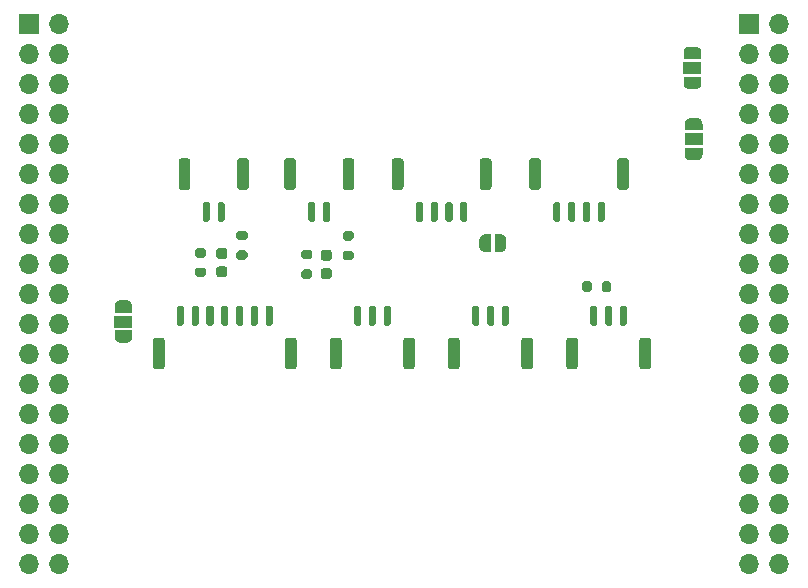
<source format=gbr>
%TF.GenerationSoftware,KiCad,Pcbnew,(5.1.8)-1*%
%TF.CreationDate,2021-02-11T10:10:36+01:00*%
%TF.ProjectId,shieldV1,73686965-6c64-4563-912e-6b696361645f,rev?*%
%TF.SameCoordinates,Original*%
%TF.FileFunction,Soldermask,Top*%
%TF.FilePolarity,Negative*%
%FSLAX46Y46*%
G04 Gerber Fmt 4.6, Leading zero omitted, Abs format (unit mm)*
G04 Created by KiCad (PCBNEW (5.1.8)-1) date 2021-02-11 10:10:36*
%MOMM*%
%LPD*%
G01*
G04 APERTURE LIST*
%ADD10R,1.500000X1.000000*%
%ADD11C,0.100000*%
%ADD12O,1.700000X1.700000*%
%ADD13R,1.700000X1.700000*%
G04 APERTURE END LIST*
%TO.C,C2*%
G36*
G01*
X60679103Y-122237105D02*
X61179103Y-122237105D01*
G75*
G02*
X61404103Y-122462105I0J-225000D01*
G01*
X61404103Y-122912105D01*
G75*
G02*
X61179103Y-123137105I-225000J0D01*
G01*
X60679103Y-123137105D01*
G75*
G02*
X60454103Y-122912105I0J225000D01*
G01*
X60454103Y-122462105D01*
G75*
G02*
X60679103Y-122237105I225000J0D01*
G01*
G37*
G36*
G01*
X60679103Y-120687105D02*
X61179103Y-120687105D01*
G75*
G02*
X61404103Y-120912105I0J-225000D01*
G01*
X61404103Y-121362105D01*
G75*
G02*
X61179103Y-121587105I-225000J0D01*
G01*
X60679103Y-121587105D01*
G75*
G02*
X60454103Y-121362105I0J225000D01*
G01*
X60454103Y-120912105D01*
G75*
G02*
X60679103Y-120687105I225000J0D01*
G01*
G37*
%TD*%
%TO.C,C1*%
G36*
G01*
X51829103Y-122087105D02*
X52329103Y-122087105D01*
G75*
G02*
X52554103Y-122312105I0J-225000D01*
G01*
X52554103Y-122762105D01*
G75*
G02*
X52329103Y-122987105I-225000J0D01*
G01*
X51829103Y-122987105D01*
G75*
G02*
X51604103Y-122762105I0J225000D01*
G01*
X51604103Y-122312105D01*
G75*
G02*
X51829103Y-122087105I225000J0D01*
G01*
G37*
G36*
G01*
X51829103Y-120537105D02*
X52329103Y-120537105D01*
G75*
G02*
X52554103Y-120762105I0J-225000D01*
G01*
X52554103Y-121212105D01*
G75*
G02*
X52329103Y-121437105I-225000J0D01*
G01*
X51829103Y-121437105D01*
G75*
G02*
X51604103Y-121212105I0J225000D01*
G01*
X51604103Y-120762105D01*
G75*
G02*
X51829103Y-120537105I225000J0D01*
G01*
G37*
%TD*%
%TO.C,R5*%
G36*
G01*
X59004103Y-122337105D02*
X59554103Y-122337105D01*
G75*
G02*
X59754103Y-122537105I0J-200000D01*
G01*
X59754103Y-122937105D01*
G75*
G02*
X59554103Y-123137105I-200000J0D01*
G01*
X59004103Y-123137105D01*
G75*
G02*
X58804103Y-122937105I0J200000D01*
G01*
X58804103Y-122537105D01*
G75*
G02*
X59004103Y-122337105I200000J0D01*
G01*
G37*
G36*
G01*
X59004103Y-120687105D02*
X59554103Y-120687105D01*
G75*
G02*
X59754103Y-120887105I0J-200000D01*
G01*
X59754103Y-121287105D01*
G75*
G02*
X59554103Y-121487105I-200000J0D01*
G01*
X59004103Y-121487105D01*
G75*
G02*
X58804103Y-121287105I0J200000D01*
G01*
X58804103Y-120887105D01*
G75*
G02*
X59004103Y-120687105I200000J0D01*
G01*
G37*
%TD*%
%TO.C,R4*%
G36*
G01*
X50004103Y-122187105D02*
X50554103Y-122187105D01*
G75*
G02*
X50754103Y-122387105I0J-200000D01*
G01*
X50754103Y-122787105D01*
G75*
G02*
X50554103Y-122987105I-200000J0D01*
G01*
X50004103Y-122987105D01*
G75*
G02*
X49804103Y-122787105I0J200000D01*
G01*
X49804103Y-122387105D01*
G75*
G02*
X50004103Y-122187105I200000J0D01*
G01*
G37*
G36*
G01*
X50004103Y-120537105D02*
X50554103Y-120537105D01*
G75*
G02*
X50754103Y-120737105I0J-200000D01*
G01*
X50754103Y-121137105D01*
G75*
G02*
X50554103Y-121337105I-200000J0D01*
G01*
X50004103Y-121337105D01*
G75*
G02*
X49804103Y-121137105I0J200000D01*
G01*
X49804103Y-120737105D01*
G75*
G02*
X50004103Y-120537105I200000J0D01*
G01*
G37*
%TD*%
%TO.C,R3*%
G36*
G01*
X63054103Y-119887105D02*
X62504103Y-119887105D01*
G75*
G02*
X62304103Y-119687105I0J200000D01*
G01*
X62304103Y-119287105D01*
G75*
G02*
X62504103Y-119087105I200000J0D01*
G01*
X63054103Y-119087105D01*
G75*
G02*
X63254103Y-119287105I0J-200000D01*
G01*
X63254103Y-119687105D01*
G75*
G02*
X63054103Y-119887105I-200000J0D01*
G01*
G37*
G36*
G01*
X63054103Y-121537105D02*
X62504103Y-121537105D01*
G75*
G02*
X62304103Y-121337105I0J200000D01*
G01*
X62304103Y-120937105D01*
G75*
G02*
X62504103Y-120737105I200000J0D01*
G01*
X63054103Y-120737105D01*
G75*
G02*
X63254103Y-120937105I0J-200000D01*
G01*
X63254103Y-121337105D01*
G75*
G02*
X63054103Y-121537105I-200000J0D01*
G01*
G37*
%TD*%
%TO.C,R2*%
G36*
G01*
X54054103Y-119875000D02*
X53504103Y-119875000D01*
G75*
G02*
X53304103Y-119675000I0J200000D01*
G01*
X53304103Y-119275000D01*
G75*
G02*
X53504103Y-119075000I200000J0D01*
G01*
X54054103Y-119075000D01*
G75*
G02*
X54254103Y-119275000I0J-200000D01*
G01*
X54254103Y-119675000D01*
G75*
G02*
X54054103Y-119875000I-200000J0D01*
G01*
G37*
G36*
G01*
X54054103Y-121525000D02*
X53504103Y-121525000D01*
G75*
G02*
X53304103Y-121325000I0J200000D01*
G01*
X53304103Y-120925000D01*
G75*
G02*
X53504103Y-120725000I200000J0D01*
G01*
X54054103Y-120725000D01*
G75*
G02*
X54254103Y-120925000I0J-200000D01*
G01*
X54254103Y-121325000D01*
G75*
G02*
X54054103Y-121525000I-200000J0D01*
G01*
G37*
%TD*%
D10*
%TO.C,JP4*%
X91929103Y-105262105D03*
D11*
G36*
X91179705Y-103962105D02*
G01*
X91179705Y-103937571D01*
X91184515Y-103888740D01*
X91194087Y-103840615D01*
X91208331Y-103793660D01*
X91227108Y-103748327D01*
X91250239Y-103705054D01*
X91277499Y-103664255D01*
X91308627Y-103626326D01*
X91343324Y-103591629D01*
X91381253Y-103560501D01*
X91422052Y-103533241D01*
X91465325Y-103510110D01*
X91510658Y-103491333D01*
X91557613Y-103477089D01*
X91605738Y-103467517D01*
X91654569Y-103462707D01*
X91679103Y-103462707D01*
X91679103Y-103462105D01*
X92179103Y-103462105D01*
X92179103Y-103462707D01*
X92203637Y-103462707D01*
X92252468Y-103467517D01*
X92300593Y-103477089D01*
X92347548Y-103491333D01*
X92392881Y-103510110D01*
X92436154Y-103533241D01*
X92476953Y-103560501D01*
X92514882Y-103591629D01*
X92549579Y-103626326D01*
X92580707Y-103664255D01*
X92607967Y-103705054D01*
X92631098Y-103748327D01*
X92649875Y-103793660D01*
X92664119Y-103840615D01*
X92673691Y-103888740D01*
X92678501Y-103937571D01*
X92678501Y-103962105D01*
X92679103Y-103962105D01*
X92679103Y-104512105D01*
X91179103Y-104512105D01*
X91179103Y-103962105D01*
X91179705Y-103962105D01*
G37*
G36*
X92679103Y-106012105D02*
G01*
X92679103Y-106562105D01*
X92678501Y-106562105D01*
X92678501Y-106586639D01*
X92673691Y-106635470D01*
X92664119Y-106683595D01*
X92649875Y-106730550D01*
X92631098Y-106775883D01*
X92607967Y-106819156D01*
X92580707Y-106859955D01*
X92549579Y-106897884D01*
X92514882Y-106932581D01*
X92476953Y-106963709D01*
X92436154Y-106990969D01*
X92392881Y-107014100D01*
X92347548Y-107032877D01*
X92300593Y-107047121D01*
X92252468Y-107056693D01*
X92203637Y-107061503D01*
X92179103Y-107061503D01*
X92179103Y-107062105D01*
X91679103Y-107062105D01*
X91679103Y-107061503D01*
X91654569Y-107061503D01*
X91605738Y-107056693D01*
X91557613Y-107047121D01*
X91510658Y-107032877D01*
X91465325Y-107014100D01*
X91422052Y-106990969D01*
X91381253Y-106963709D01*
X91343324Y-106932581D01*
X91308627Y-106897884D01*
X91277499Y-106859955D01*
X91250239Y-106819156D01*
X91227108Y-106775883D01*
X91208331Y-106730550D01*
X91194087Y-106683595D01*
X91184515Y-106635470D01*
X91179705Y-106586639D01*
X91179705Y-106562105D01*
X91179103Y-106562105D01*
X91179103Y-106012105D01*
X92679103Y-106012105D01*
G37*
%TD*%
D10*
%TO.C,JP3*%
X92029103Y-111312105D03*
D11*
G36*
X91279705Y-110012105D02*
G01*
X91279705Y-109987571D01*
X91284515Y-109938740D01*
X91294087Y-109890615D01*
X91308331Y-109843660D01*
X91327108Y-109798327D01*
X91350239Y-109755054D01*
X91377499Y-109714255D01*
X91408627Y-109676326D01*
X91443324Y-109641629D01*
X91481253Y-109610501D01*
X91522052Y-109583241D01*
X91565325Y-109560110D01*
X91610658Y-109541333D01*
X91657613Y-109527089D01*
X91705738Y-109517517D01*
X91754569Y-109512707D01*
X91779103Y-109512707D01*
X91779103Y-109512105D01*
X92279103Y-109512105D01*
X92279103Y-109512707D01*
X92303637Y-109512707D01*
X92352468Y-109517517D01*
X92400593Y-109527089D01*
X92447548Y-109541333D01*
X92492881Y-109560110D01*
X92536154Y-109583241D01*
X92576953Y-109610501D01*
X92614882Y-109641629D01*
X92649579Y-109676326D01*
X92680707Y-109714255D01*
X92707967Y-109755054D01*
X92731098Y-109798327D01*
X92749875Y-109843660D01*
X92764119Y-109890615D01*
X92773691Y-109938740D01*
X92778501Y-109987571D01*
X92778501Y-110012105D01*
X92779103Y-110012105D01*
X92779103Y-110562105D01*
X91279103Y-110562105D01*
X91279103Y-110012105D01*
X91279705Y-110012105D01*
G37*
G36*
X92779103Y-112062105D02*
G01*
X92779103Y-112612105D01*
X92778501Y-112612105D01*
X92778501Y-112636639D01*
X92773691Y-112685470D01*
X92764119Y-112733595D01*
X92749875Y-112780550D01*
X92731098Y-112825883D01*
X92707967Y-112869156D01*
X92680707Y-112909955D01*
X92649579Y-112947884D01*
X92614882Y-112982581D01*
X92576953Y-113013709D01*
X92536154Y-113040969D01*
X92492881Y-113064100D01*
X92447548Y-113082877D01*
X92400593Y-113097121D01*
X92352468Y-113106693D01*
X92303637Y-113111503D01*
X92279103Y-113111503D01*
X92279103Y-113112105D01*
X91779103Y-113112105D01*
X91779103Y-113111503D01*
X91754569Y-113111503D01*
X91705738Y-113106693D01*
X91657613Y-113097121D01*
X91610658Y-113082877D01*
X91565325Y-113064100D01*
X91522052Y-113040969D01*
X91481253Y-113013709D01*
X91443324Y-112982581D01*
X91408627Y-112947884D01*
X91377499Y-112909955D01*
X91350239Y-112869156D01*
X91327108Y-112825883D01*
X91308331Y-112780550D01*
X91294087Y-112733595D01*
X91284515Y-112685470D01*
X91279705Y-112636639D01*
X91279705Y-112612105D01*
X91279103Y-112612105D01*
X91279103Y-112062105D01*
X92779103Y-112062105D01*
G37*
%TD*%
D10*
%TO.C,JP2*%
X43750000Y-126750000D03*
D11*
G36*
X44499398Y-128050000D02*
G01*
X44499398Y-128074534D01*
X44494588Y-128123365D01*
X44485016Y-128171490D01*
X44470772Y-128218445D01*
X44451995Y-128263778D01*
X44428864Y-128307051D01*
X44401604Y-128347850D01*
X44370476Y-128385779D01*
X44335779Y-128420476D01*
X44297850Y-128451604D01*
X44257051Y-128478864D01*
X44213778Y-128501995D01*
X44168445Y-128520772D01*
X44121490Y-128535016D01*
X44073365Y-128544588D01*
X44024534Y-128549398D01*
X44000000Y-128549398D01*
X44000000Y-128550000D01*
X43500000Y-128550000D01*
X43500000Y-128549398D01*
X43475466Y-128549398D01*
X43426635Y-128544588D01*
X43378510Y-128535016D01*
X43331555Y-128520772D01*
X43286222Y-128501995D01*
X43242949Y-128478864D01*
X43202150Y-128451604D01*
X43164221Y-128420476D01*
X43129524Y-128385779D01*
X43098396Y-128347850D01*
X43071136Y-128307051D01*
X43048005Y-128263778D01*
X43029228Y-128218445D01*
X43014984Y-128171490D01*
X43005412Y-128123365D01*
X43000602Y-128074534D01*
X43000602Y-128050000D01*
X43000000Y-128050000D01*
X43000000Y-127500000D01*
X44500000Y-127500000D01*
X44500000Y-128050000D01*
X44499398Y-128050000D01*
G37*
G36*
X43000000Y-126000000D02*
G01*
X43000000Y-125450000D01*
X43000602Y-125450000D01*
X43000602Y-125425466D01*
X43005412Y-125376635D01*
X43014984Y-125328510D01*
X43029228Y-125281555D01*
X43048005Y-125236222D01*
X43071136Y-125192949D01*
X43098396Y-125152150D01*
X43129524Y-125114221D01*
X43164221Y-125079524D01*
X43202150Y-125048396D01*
X43242949Y-125021136D01*
X43286222Y-124998005D01*
X43331555Y-124979228D01*
X43378510Y-124964984D01*
X43426635Y-124955412D01*
X43475466Y-124950602D01*
X43500000Y-124950602D01*
X43500000Y-124950000D01*
X44000000Y-124950000D01*
X44000000Y-124950602D01*
X44024534Y-124950602D01*
X44073365Y-124955412D01*
X44121490Y-124964984D01*
X44168445Y-124979228D01*
X44213778Y-124998005D01*
X44257051Y-125021136D01*
X44297850Y-125048396D01*
X44335779Y-125079524D01*
X44370476Y-125114221D01*
X44401604Y-125152150D01*
X44428864Y-125192949D01*
X44451995Y-125236222D01*
X44470772Y-125281555D01*
X44485016Y-125328510D01*
X44494588Y-125376635D01*
X44499398Y-125425466D01*
X44499398Y-125450000D01*
X44500000Y-125450000D01*
X44500000Y-126000000D01*
X43000000Y-126000000D01*
G37*
%TD*%
%TO.C,J10*%
G36*
G01*
X57429103Y-130552105D02*
X57429103Y-128352105D01*
G75*
G02*
X57679103Y-128102105I250000J0D01*
G01*
X58179103Y-128102105D01*
G75*
G02*
X58429103Y-128352105I0J-250000D01*
G01*
X58429103Y-130552105D01*
G75*
G02*
X58179103Y-130802105I-250000J0D01*
G01*
X57679103Y-130802105D01*
G75*
G02*
X57429103Y-130552105I0J250000D01*
G01*
G37*
G36*
G01*
X46229103Y-130552105D02*
X46229103Y-128352105D01*
G75*
G02*
X46479103Y-128102105I250000J0D01*
G01*
X46979103Y-128102105D01*
G75*
G02*
X47229103Y-128352105I0J-250000D01*
G01*
X47229103Y-130552105D01*
G75*
G02*
X46979103Y-130802105I-250000J0D01*
G01*
X46479103Y-130802105D01*
G75*
G02*
X46229103Y-130552105I0J250000D01*
G01*
G37*
G36*
G01*
X55779103Y-126952105D02*
X55779103Y-125552105D01*
G75*
G02*
X55929103Y-125402105I150000J0D01*
G01*
X56229103Y-125402105D01*
G75*
G02*
X56379103Y-125552105I0J-150000D01*
G01*
X56379103Y-126952105D01*
G75*
G02*
X56229103Y-127102105I-150000J0D01*
G01*
X55929103Y-127102105D01*
G75*
G02*
X55779103Y-126952105I0J150000D01*
G01*
G37*
G36*
G01*
X54529103Y-126952105D02*
X54529103Y-125552105D01*
G75*
G02*
X54679103Y-125402105I150000J0D01*
G01*
X54979103Y-125402105D01*
G75*
G02*
X55129103Y-125552105I0J-150000D01*
G01*
X55129103Y-126952105D01*
G75*
G02*
X54979103Y-127102105I-150000J0D01*
G01*
X54679103Y-127102105D01*
G75*
G02*
X54529103Y-126952105I0J150000D01*
G01*
G37*
G36*
G01*
X53279103Y-126952105D02*
X53279103Y-125552105D01*
G75*
G02*
X53429103Y-125402105I150000J0D01*
G01*
X53729103Y-125402105D01*
G75*
G02*
X53879103Y-125552105I0J-150000D01*
G01*
X53879103Y-126952105D01*
G75*
G02*
X53729103Y-127102105I-150000J0D01*
G01*
X53429103Y-127102105D01*
G75*
G02*
X53279103Y-126952105I0J150000D01*
G01*
G37*
G36*
G01*
X52029103Y-126952105D02*
X52029103Y-125552105D01*
G75*
G02*
X52179103Y-125402105I150000J0D01*
G01*
X52479103Y-125402105D01*
G75*
G02*
X52629103Y-125552105I0J-150000D01*
G01*
X52629103Y-126952105D01*
G75*
G02*
X52479103Y-127102105I-150000J0D01*
G01*
X52179103Y-127102105D01*
G75*
G02*
X52029103Y-126952105I0J150000D01*
G01*
G37*
G36*
G01*
X50779103Y-126952105D02*
X50779103Y-125552105D01*
G75*
G02*
X50929103Y-125402105I150000J0D01*
G01*
X51229103Y-125402105D01*
G75*
G02*
X51379103Y-125552105I0J-150000D01*
G01*
X51379103Y-126952105D01*
G75*
G02*
X51229103Y-127102105I-150000J0D01*
G01*
X50929103Y-127102105D01*
G75*
G02*
X50779103Y-126952105I0J150000D01*
G01*
G37*
G36*
G01*
X49529103Y-126952105D02*
X49529103Y-125552105D01*
G75*
G02*
X49679103Y-125402105I150000J0D01*
G01*
X49979103Y-125402105D01*
G75*
G02*
X50129103Y-125552105I0J-150000D01*
G01*
X50129103Y-126952105D01*
G75*
G02*
X49979103Y-127102105I-150000J0D01*
G01*
X49679103Y-127102105D01*
G75*
G02*
X49529103Y-126952105I0J150000D01*
G01*
G37*
G36*
G01*
X48279103Y-126952105D02*
X48279103Y-125552105D01*
G75*
G02*
X48429103Y-125402105I150000J0D01*
G01*
X48729103Y-125402105D01*
G75*
G02*
X48879103Y-125552105I0J-150000D01*
G01*
X48879103Y-126952105D01*
G75*
G02*
X48729103Y-127102105I-150000J0D01*
G01*
X48429103Y-127102105D01*
G75*
G02*
X48279103Y-126952105I0J150000D01*
G01*
G37*
%TD*%
%TO.C,J9*%
G36*
G01*
X58354103Y-113162105D02*
X58354103Y-115362105D01*
G75*
G02*
X58104103Y-115612105I-250000J0D01*
G01*
X57604103Y-115612105D01*
G75*
G02*
X57354103Y-115362105I0J250000D01*
G01*
X57354103Y-113162105D01*
G75*
G02*
X57604103Y-112912105I250000J0D01*
G01*
X58104103Y-112912105D01*
G75*
G02*
X58354103Y-113162105I0J-250000D01*
G01*
G37*
G36*
G01*
X63304103Y-113162105D02*
X63304103Y-115362105D01*
G75*
G02*
X63054103Y-115612105I-250000J0D01*
G01*
X62554103Y-115612105D01*
G75*
G02*
X62304103Y-115362105I0J250000D01*
G01*
X62304103Y-113162105D01*
G75*
G02*
X62554103Y-112912105I250000J0D01*
G01*
X63054103Y-112912105D01*
G75*
G02*
X63304103Y-113162105I0J-250000D01*
G01*
G37*
G36*
G01*
X60004103Y-116762105D02*
X60004103Y-118162105D01*
G75*
G02*
X59854103Y-118312105I-150000J0D01*
G01*
X59554103Y-118312105D01*
G75*
G02*
X59404103Y-118162105I0J150000D01*
G01*
X59404103Y-116762105D01*
G75*
G02*
X59554103Y-116612105I150000J0D01*
G01*
X59854103Y-116612105D01*
G75*
G02*
X60004103Y-116762105I0J-150000D01*
G01*
G37*
G36*
G01*
X61254103Y-116762105D02*
X61254103Y-118162105D01*
G75*
G02*
X61104103Y-118312105I-150000J0D01*
G01*
X60804103Y-118312105D01*
G75*
G02*
X60654103Y-118162105I0J150000D01*
G01*
X60654103Y-116762105D01*
G75*
G02*
X60804103Y-116612105I150000J0D01*
G01*
X61104103Y-116612105D01*
G75*
G02*
X61254103Y-116762105I0J-150000D01*
G01*
G37*
%TD*%
%TO.C,J8*%
G36*
G01*
X49414103Y-113162105D02*
X49414103Y-115362105D01*
G75*
G02*
X49164103Y-115612105I-250000J0D01*
G01*
X48664103Y-115612105D01*
G75*
G02*
X48414103Y-115362105I0J250000D01*
G01*
X48414103Y-113162105D01*
G75*
G02*
X48664103Y-112912105I250000J0D01*
G01*
X49164103Y-112912105D01*
G75*
G02*
X49414103Y-113162105I0J-250000D01*
G01*
G37*
G36*
G01*
X54364103Y-113162105D02*
X54364103Y-115362105D01*
G75*
G02*
X54114103Y-115612105I-250000J0D01*
G01*
X53614103Y-115612105D01*
G75*
G02*
X53364103Y-115362105I0J250000D01*
G01*
X53364103Y-113162105D01*
G75*
G02*
X53614103Y-112912105I250000J0D01*
G01*
X54114103Y-112912105D01*
G75*
G02*
X54364103Y-113162105I0J-250000D01*
G01*
G37*
G36*
G01*
X51064103Y-116762105D02*
X51064103Y-118162105D01*
G75*
G02*
X50914103Y-118312105I-150000J0D01*
G01*
X50614103Y-118312105D01*
G75*
G02*
X50464103Y-118162105I0J150000D01*
G01*
X50464103Y-116762105D01*
G75*
G02*
X50614103Y-116612105I150000J0D01*
G01*
X50914103Y-116612105D01*
G75*
G02*
X51064103Y-116762105I0J-150000D01*
G01*
G37*
G36*
G01*
X52314103Y-116762105D02*
X52314103Y-118162105D01*
G75*
G02*
X52164103Y-118312105I-150000J0D01*
G01*
X51864103Y-118312105D01*
G75*
G02*
X51714103Y-118162105I0J150000D01*
G01*
X51714103Y-116762105D01*
G75*
G02*
X51864103Y-116612105I150000J0D01*
G01*
X52164103Y-116612105D01*
G75*
G02*
X52314103Y-116762105I0J-150000D01*
G01*
G37*
%TD*%
%TO.C,J7*%
G36*
G01*
X67429103Y-130552105D02*
X67429103Y-128352105D01*
G75*
G02*
X67679103Y-128102105I250000J0D01*
G01*
X68179103Y-128102105D01*
G75*
G02*
X68429103Y-128352105I0J-250000D01*
G01*
X68429103Y-130552105D01*
G75*
G02*
X68179103Y-130802105I-250000J0D01*
G01*
X67679103Y-130802105D01*
G75*
G02*
X67429103Y-130552105I0J250000D01*
G01*
G37*
G36*
G01*
X61229103Y-130552105D02*
X61229103Y-128352105D01*
G75*
G02*
X61479103Y-128102105I250000J0D01*
G01*
X61979103Y-128102105D01*
G75*
G02*
X62229103Y-128352105I0J-250000D01*
G01*
X62229103Y-130552105D01*
G75*
G02*
X61979103Y-130802105I-250000J0D01*
G01*
X61479103Y-130802105D01*
G75*
G02*
X61229103Y-130552105I0J250000D01*
G01*
G37*
G36*
G01*
X65779103Y-126952105D02*
X65779103Y-125552105D01*
G75*
G02*
X65929103Y-125402105I150000J0D01*
G01*
X66229103Y-125402105D01*
G75*
G02*
X66379103Y-125552105I0J-150000D01*
G01*
X66379103Y-126952105D01*
G75*
G02*
X66229103Y-127102105I-150000J0D01*
G01*
X65929103Y-127102105D01*
G75*
G02*
X65779103Y-126952105I0J150000D01*
G01*
G37*
G36*
G01*
X64529103Y-126952105D02*
X64529103Y-125552105D01*
G75*
G02*
X64679103Y-125402105I150000J0D01*
G01*
X64979103Y-125402105D01*
G75*
G02*
X65129103Y-125552105I0J-150000D01*
G01*
X65129103Y-126952105D01*
G75*
G02*
X64979103Y-127102105I-150000J0D01*
G01*
X64679103Y-127102105D01*
G75*
G02*
X64529103Y-126952105I0J150000D01*
G01*
G37*
G36*
G01*
X63279103Y-126952105D02*
X63279103Y-125552105D01*
G75*
G02*
X63429103Y-125402105I150000J0D01*
G01*
X63729103Y-125402105D01*
G75*
G02*
X63879103Y-125552105I0J-150000D01*
G01*
X63879103Y-126952105D01*
G75*
G02*
X63729103Y-127102105I-150000J0D01*
G01*
X63429103Y-127102105D01*
G75*
G02*
X63279103Y-126952105I0J150000D01*
G01*
G37*
%TD*%
%TO.C,J6*%
G36*
G01*
X77429103Y-130552105D02*
X77429103Y-128352105D01*
G75*
G02*
X77679103Y-128102105I250000J0D01*
G01*
X78179103Y-128102105D01*
G75*
G02*
X78429103Y-128352105I0J-250000D01*
G01*
X78429103Y-130552105D01*
G75*
G02*
X78179103Y-130802105I-250000J0D01*
G01*
X77679103Y-130802105D01*
G75*
G02*
X77429103Y-130552105I0J250000D01*
G01*
G37*
G36*
G01*
X71229103Y-130552105D02*
X71229103Y-128352105D01*
G75*
G02*
X71479103Y-128102105I250000J0D01*
G01*
X71979103Y-128102105D01*
G75*
G02*
X72229103Y-128352105I0J-250000D01*
G01*
X72229103Y-130552105D01*
G75*
G02*
X71979103Y-130802105I-250000J0D01*
G01*
X71479103Y-130802105D01*
G75*
G02*
X71229103Y-130552105I0J250000D01*
G01*
G37*
G36*
G01*
X75779103Y-126952105D02*
X75779103Y-125552105D01*
G75*
G02*
X75929103Y-125402105I150000J0D01*
G01*
X76229103Y-125402105D01*
G75*
G02*
X76379103Y-125552105I0J-150000D01*
G01*
X76379103Y-126952105D01*
G75*
G02*
X76229103Y-127102105I-150000J0D01*
G01*
X75929103Y-127102105D01*
G75*
G02*
X75779103Y-126952105I0J150000D01*
G01*
G37*
G36*
G01*
X74529103Y-126952105D02*
X74529103Y-125552105D01*
G75*
G02*
X74679103Y-125402105I150000J0D01*
G01*
X74979103Y-125402105D01*
G75*
G02*
X75129103Y-125552105I0J-150000D01*
G01*
X75129103Y-126952105D01*
G75*
G02*
X74979103Y-127102105I-150000J0D01*
G01*
X74679103Y-127102105D01*
G75*
G02*
X74529103Y-126952105I0J150000D01*
G01*
G37*
G36*
G01*
X73279103Y-126952105D02*
X73279103Y-125552105D01*
G75*
G02*
X73429103Y-125402105I150000J0D01*
G01*
X73729103Y-125402105D01*
G75*
G02*
X73879103Y-125552105I0J-150000D01*
G01*
X73879103Y-126952105D01*
G75*
G02*
X73729103Y-127102105I-150000J0D01*
G01*
X73429103Y-127102105D01*
G75*
G02*
X73279103Y-126952105I0J150000D01*
G01*
G37*
%TD*%
%TO.C,R1*%
G36*
G01*
X84254103Y-124087105D02*
X84254103Y-123537105D01*
G75*
G02*
X84454103Y-123337105I200000J0D01*
G01*
X84854103Y-123337105D01*
G75*
G02*
X85054103Y-123537105I0J-200000D01*
G01*
X85054103Y-124087105D01*
G75*
G02*
X84854103Y-124287105I-200000J0D01*
G01*
X84454103Y-124287105D01*
G75*
G02*
X84254103Y-124087105I0J200000D01*
G01*
G37*
G36*
G01*
X82604103Y-124087105D02*
X82604103Y-123537105D01*
G75*
G02*
X82804103Y-123337105I200000J0D01*
G01*
X83204103Y-123337105D01*
G75*
G02*
X83404103Y-123537105I0J-200000D01*
G01*
X83404103Y-124087105D01*
G75*
G02*
X83204103Y-124287105I-200000J0D01*
G01*
X82804103Y-124287105D01*
G75*
G02*
X82604103Y-124087105I0J200000D01*
G01*
G37*
%TD*%
%TO.C,J5*%
G36*
G01*
X87429103Y-130552105D02*
X87429103Y-128352105D01*
G75*
G02*
X87679103Y-128102105I250000J0D01*
G01*
X88179103Y-128102105D01*
G75*
G02*
X88429103Y-128352105I0J-250000D01*
G01*
X88429103Y-130552105D01*
G75*
G02*
X88179103Y-130802105I-250000J0D01*
G01*
X87679103Y-130802105D01*
G75*
G02*
X87429103Y-130552105I0J250000D01*
G01*
G37*
G36*
G01*
X81229103Y-130552105D02*
X81229103Y-128352105D01*
G75*
G02*
X81479103Y-128102105I250000J0D01*
G01*
X81979103Y-128102105D01*
G75*
G02*
X82229103Y-128352105I0J-250000D01*
G01*
X82229103Y-130552105D01*
G75*
G02*
X81979103Y-130802105I-250000J0D01*
G01*
X81479103Y-130802105D01*
G75*
G02*
X81229103Y-130552105I0J250000D01*
G01*
G37*
G36*
G01*
X85779103Y-126952105D02*
X85779103Y-125552105D01*
G75*
G02*
X85929103Y-125402105I150000J0D01*
G01*
X86229103Y-125402105D01*
G75*
G02*
X86379103Y-125552105I0J-150000D01*
G01*
X86379103Y-126952105D01*
G75*
G02*
X86229103Y-127102105I-150000J0D01*
G01*
X85929103Y-127102105D01*
G75*
G02*
X85779103Y-126952105I0J150000D01*
G01*
G37*
G36*
G01*
X84529103Y-126952105D02*
X84529103Y-125552105D01*
G75*
G02*
X84679103Y-125402105I150000J0D01*
G01*
X84979103Y-125402105D01*
G75*
G02*
X85129103Y-125552105I0J-150000D01*
G01*
X85129103Y-126952105D01*
G75*
G02*
X84979103Y-127102105I-150000J0D01*
G01*
X84679103Y-127102105D01*
G75*
G02*
X84529103Y-126952105I0J150000D01*
G01*
G37*
G36*
G01*
X83279103Y-126952105D02*
X83279103Y-125552105D01*
G75*
G02*
X83429103Y-125402105I150000J0D01*
G01*
X83729103Y-125402105D01*
G75*
G02*
X83879103Y-125552105I0J-150000D01*
G01*
X83879103Y-126952105D01*
G75*
G02*
X83729103Y-127102105I-150000J0D01*
G01*
X83429103Y-127102105D01*
G75*
G02*
X83279103Y-126952105I0J150000D01*
G01*
G37*
%TD*%
%TO.C,J4*%
G36*
G01*
X67464103Y-113162105D02*
X67464103Y-115362105D01*
G75*
G02*
X67214103Y-115612105I-250000J0D01*
G01*
X66714103Y-115612105D01*
G75*
G02*
X66464103Y-115362105I0J250000D01*
G01*
X66464103Y-113162105D01*
G75*
G02*
X66714103Y-112912105I250000J0D01*
G01*
X67214103Y-112912105D01*
G75*
G02*
X67464103Y-113162105I0J-250000D01*
G01*
G37*
G36*
G01*
X74914103Y-113162105D02*
X74914103Y-115362105D01*
G75*
G02*
X74664103Y-115612105I-250000J0D01*
G01*
X74164103Y-115612105D01*
G75*
G02*
X73914103Y-115362105I0J250000D01*
G01*
X73914103Y-113162105D01*
G75*
G02*
X74164103Y-112912105I250000J0D01*
G01*
X74664103Y-112912105D01*
G75*
G02*
X74914103Y-113162105I0J-250000D01*
G01*
G37*
G36*
G01*
X69114103Y-116762105D02*
X69114103Y-118162105D01*
G75*
G02*
X68964103Y-118312105I-150000J0D01*
G01*
X68664103Y-118312105D01*
G75*
G02*
X68514103Y-118162105I0J150000D01*
G01*
X68514103Y-116762105D01*
G75*
G02*
X68664103Y-116612105I150000J0D01*
G01*
X68964103Y-116612105D01*
G75*
G02*
X69114103Y-116762105I0J-150000D01*
G01*
G37*
G36*
G01*
X70364103Y-116762105D02*
X70364103Y-118162105D01*
G75*
G02*
X70214103Y-118312105I-150000J0D01*
G01*
X69914103Y-118312105D01*
G75*
G02*
X69764103Y-118162105I0J150000D01*
G01*
X69764103Y-116762105D01*
G75*
G02*
X69914103Y-116612105I150000J0D01*
G01*
X70214103Y-116612105D01*
G75*
G02*
X70364103Y-116762105I0J-150000D01*
G01*
G37*
G36*
G01*
X71614103Y-116762105D02*
X71614103Y-118162105D01*
G75*
G02*
X71464103Y-118312105I-150000J0D01*
G01*
X71164103Y-118312105D01*
G75*
G02*
X71014103Y-118162105I0J150000D01*
G01*
X71014103Y-116762105D01*
G75*
G02*
X71164103Y-116612105I150000J0D01*
G01*
X71464103Y-116612105D01*
G75*
G02*
X71614103Y-116762105I0J-150000D01*
G01*
G37*
G36*
G01*
X72864103Y-116762105D02*
X72864103Y-118162105D01*
G75*
G02*
X72714103Y-118312105I-150000J0D01*
G01*
X72414103Y-118312105D01*
G75*
G02*
X72264103Y-118162105I0J150000D01*
G01*
X72264103Y-116762105D01*
G75*
G02*
X72414103Y-116612105I150000J0D01*
G01*
X72714103Y-116612105D01*
G75*
G02*
X72864103Y-116762105I0J-150000D01*
G01*
G37*
%TD*%
%TO.C,J3*%
G36*
G01*
X79104103Y-113162105D02*
X79104103Y-115362105D01*
G75*
G02*
X78854103Y-115612105I-250000J0D01*
G01*
X78354103Y-115612105D01*
G75*
G02*
X78104103Y-115362105I0J250000D01*
G01*
X78104103Y-113162105D01*
G75*
G02*
X78354103Y-112912105I250000J0D01*
G01*
X78854103Y-112912105D01*
G75*
G02*
X79104103Y-113162105I0J-250000D01*
G01*
G37*
G36*
G01*
X86554103Y-113162105D02*
X86554103Y-115362105D01*
G75*
G02*
X86304103Y-115612105I-250000J0D01*
G01*
X85804103Y-115612105D01*
G75*
G02*
X85554103Y-115362105I0J250000D01*
G01*
X85554103Y-113162105D01*
G75*
G02*
X85804103Y-112912105I250000J0D01*
G01*
X86304103Y-112912105D01*
G75*
G02*
X86554103Y-113162105I0J-250000D01*
G01*
G37*
G36*
G01*
X80754103Y-116762105D02*
X80754103Y-118162105D01*
G75*
G02*
X80604103Y-118312105I-150000J0D01*
G01*
X80304103Y-118312105D01*
G75*
G02*
X80154103Y-118162105I0J150000D01*
G01*
X80154103Y-116762105D01*
G75*
G02*
X80304103Y-116612105I150000J0D01*
G01*
X80604103Y-116612105D01*
G75*
G02*
X80754103Y-116762105I0J-150000D01*
G01*
G37*
G36*
G01*
X82004103Y-116762105D02*
X82004103Y-118162105D01*
G75*
G02*
X81854103Y-118312105I-150000J0D01*
G01*
X81554103Y-118312105D01*
G75*
G02*
X81404103Y-118162105I0J150000D01*
G01*
X81404103Y-116762105D01*
G75*
G02*
X81554103Y-116612105I150000J0D01*
G01*
X81854103Y-116612105D01*
G75*
G02*
X82004103Y-116762105I0J-150000D01*
G01*
G37*
G36*
G01*
X83254103Y-116762105D02*
X83254103Y-118162105D01*
G75*
G02*
X83104103Y-118312105I-150000J0D01*
G01*
X82804103Y-118312105D01*
G75*
G02*
X82654103Y-118162105I0J150000D01*
G01*
X82654103Y-116762105D01*
G75*
G02*
X82804103Y-116612105I150000J0D01*
G01*
X83104103Y-116612105D01*
G75*
G02*
X83254103Y-116762105I0J-150000D01*
G01*
G37*
G36*
G01*
X84504103Y-116762105D02*
X84504103Y-118162105D01*
G75*
G02*
X84354103Y-118312105I-150000J0D01*
G01*
X84054103Y-118312105D01*
G75*
G02*
X83904103Y-118162105I0J150000D01*
G01*
X83904103Y-116762105D01*
G75*
G02*
X84054103Y-116612105I150000J0D01*
G01*
X84354103Y-116612105D01*
G75*
G02*
X84504103Y-116762105I0J-150000D01*
G01*
G37*
%TD*%
%TO.C,JP1*%
G36*
X75679103Y-119350602D02*
G01*
X75703637Y-119350602D01*
X75752468Y-119355412D01*
X75800593Y-119364984D01*
X75847548Y-119379228D01*
X75892881Y-119398005D01*
X75936154Y-119421136D01*
X75976953Y-119448396D01*
X76014882Y-119479524D01*
X76049579Y-119514221D01*
X76080707Y-119552150D01*
X76107967Y-119592949D01*
X76131098Y-119636222D01*
X76149875Y-119681555D01*
X76164119Y-119728510D01*
X76173691Y-119776635D01*
X76178501Y-119825466D01*
X76178501Y-119850000D01*
X76179103Y-119850000D01*
X76179103Y-120350000D01*
X76178501Y-120350000D01*
X76178501Y-120374534D01*
X76173691Y-120423365D01*
X76164119Y-120471490D01*
X76149875Y-120518445D01*
X76131098Y-120563778D01*
X76107967Y-120607051D01*
X76080707Y-120647850D01*
X76049579Y-120685779D01*
X76014882Y-120720476D01*
X75976953Y-120751604D01*
X75936154Y-120778864D01*
X75892881Y-120801995D01*
X75847548Y-120820772D01*
X75800593Y-120835016D01*
X75752468Y-120844588D01*
X75703637Y-120849398D01*
X75679103Y-120849398D01*
X75679103Y-120850000D01*
X75179103Y-120850000D01*
X75179103Y-119350000D01*
X75679103Y-119350000D01*
X75679103Y-119350602D01*
G37*
G36*
X74879103Y-120850000D02*
G01*
X74379103Y-120850000D01*
X74379103Y-120849398D01*
X74354569Y-120849398D01*
X74305738Y-120844588D01*
X74257613Y-120835016D01*
X74210658Y-120820772D01*
X74165325Y-120801995D01*
X74122052Y-120778864D01*
X74081253Y-120751604D01*
X74043324Y-120720476D01*
X74008627Y-120685779D01*
X73977499Y-120647850D01*
X73950239Y-120607051D01*
X73927108Y-120563778D01*
X73908331Y-120518445D01*
X73894087Y-120471490D01*
X73884515Y-120423365D01*
X73879705Y-120374534D01*
X73879705Y-120350000D01*
X73879103Y-120350000D01*
X73879103Y-119850000D01*
X73879705Y-119850000D01*
X73879705Y-119825466D01*
X73884515Y-119776635D01*
X73894087Y-119728510D01*
X73908331Y-119681555D01*
X73927108Y-119636222D01*
X73950239Y-119592949D01*
X73977499Y-119552150D01*
X74008627Y-119514221D01*
X74043324Y-119479524D01*
X74081253Y-119448396D01*
X74122052Y-119421136D01*
X74165325Y-119398005D01*
X74210658Y-119379228D01*
X74257613Y-119364984D01*
X74305738Y-119355412D01*
X74354569Y-119350602D01*
X74379103Y-119350602D01*
X74379103Y-119350000D01*
X74879103Y-119350000D01*
X74879103Y-120850000D01*
G37*
%TD*%
D12*
%TO.C,J2*%
X99279103Y-147272105D03*
X96739103Y-147272105D03*
X99279103Y-144732105D03*
X96739103Y-144732105D03*
X99279103Y-142192105D03*
X96739103Y-142192105D03*
X99279103Y-139652105D03*
X96739103Y-139652105D03*
X99279103Y-137112105D03*
X96739103Y-137112105D03*
X99279103Y-134572105D03*
X96739103Y-134572105D03*
X99279103Y-132032105D03*
X96739103Y-132032105D03*
X99279103Y-129492105D03*
X96739103Y-129492105D03*
X99279103Y-126952105D03*
X96739103Y-126952105D03*
X99279103Y-124412105D03*
X96739103Y-124412105D03*
X99279103Y-121872105D03*
X96739103Y-121872105D03*
X99279103Y-119332105D03*
X96739103Y-119332105D03*
X99279103Y-116792105D03*
X96739103Y-116792105D03*
X99279103Y-114252105D03*
X96739103Y-114252105D03*
X99279103Y-111712105D03*
X96739103Y-111712105D03*
X99279103Y-109172105D03*
X96739103Y-109172105D03*
X99279103Y-106632105D03*
X96739103Y-106632105D03*
X99279103Y-104092105D03*
X96739103Y-104092105D03*
X99279103Y-101552105D03*
D13*
X96739103Y-101552105D03*
%TD*%
D12*
%TO.C,J1*%
X38319103Y-147272105D03*
X35779103Y-147272105D03*
X38319103Y-144732105D03*
X35779103Y-144732105D03*
X38319103Y-142192105D03*
X35779103Y-142192105D03*
X38319103Y-139652105D03*
X35779103Y-139652105D03*
X38319103Y-137112105D03*
X35779103Y-137112105D03*
X38319103Y-134572105D03*
X35779103Y-134572105D03*
X38319103Y-132032105D03*
X35779103Y-132032105D03*
X38319103Y-129492105D03*
X35779103Y-129492105D03*
X38319103Y-126952105D03*
X35779103Y-126952105D03*
X38319103Y-124412105D03*
X35779103Y-124412105D03*
X38319103Y-121872105D03*
X35779103Y-121872105D03*
X38319103Y-119332105D03*
X35779103Y-119332105D03*
X38319103Y-116792105D03*
X35779103Y-116792105D03*
X38319103Y-114252105D03*
X35779103Y-114252105D03*
X38319103Y-111712105D03*
X35779103Y-111712105D03*
X38319103Y-109172105D03*
X35779103Y-109172105D03*
X38319103Y-106632105D03*
X35779103Y-106632105D03*
X38319103Y-104092105D03*
X35779103Y-104092105D03*
X38319103Y-101552105D03*
D13*
X35779103Y-101552105D03*
%TD*%
M02*

</source>
